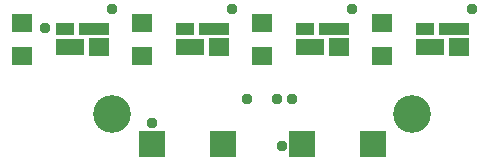
<source format=gbr>
G04 EAGLE Gerber RS-274X export*
G75*
%MOMM*%
%FSLAX34Y34*%
%LPD*%
%INSoldermask Top*%
%IPPOS*%
%AMOC8*
5,1,8,0,0,1.08239X$1,22.5*%
G01*
%ADD10C,3.203200*%
%ADD11R,1.803200X1.603200*%
%ADD12R,1.503200X1.103200*%
%ADD13R,2.403200X1.403200*%
%ADD14R,2.603200X1.003200*%
%ADD15R,1.703200X1.503200*%
%ADD16R,2.203200X2.203200*%
%ADD17C,0.959600*%


D10*
X266700Y457200D03*
X520700Y457200D03*
D11*
X292100Y534700D03*
X292100Y506700D03*
X393700Y534700D03*
X393700Y506700D03*
X190500Y534700D03*
X190500Y506700D03*
X495300Y534700D03*
X495300Y506700D03*
D12*
X226300Y529200D03*
D13*
X230800Y513700D03*
D14*
X250800Y529700D03*
D15*
X255300Y514200D03*
D12*
X327900Y529200D03*
D13*
X332400Y513700D03*
D14*
X352400Y529700D03*
D15*
X356900Y514200D03*
D12*
X429500Y529200D03*
D13*
X434000Y513700D03*
D14*
X454000Y529700D03*
D15*
X458500Y514200D03*
D12*
X531100Y529200D03*
D13*
X535600Y513700D03*
D14*
X555600Y529700D03*
D15*
X560100Y514200D03*
D16*
X360200Y431800D03*
X300200Y431800D03*
X487200Y431800D03*
X427200Y431800D03*
D17*
X419100Y469900D03*
X406400Y469900D03*
X210000Y530000D03*
X381000Y469900D03*
X266700Y546100D03*
X368300Y546100D03*
X469900Y546100D03*
X571500Y546100D03*
X410000Y430000D03*
X300000Y450000D03*
M02*

</source>
